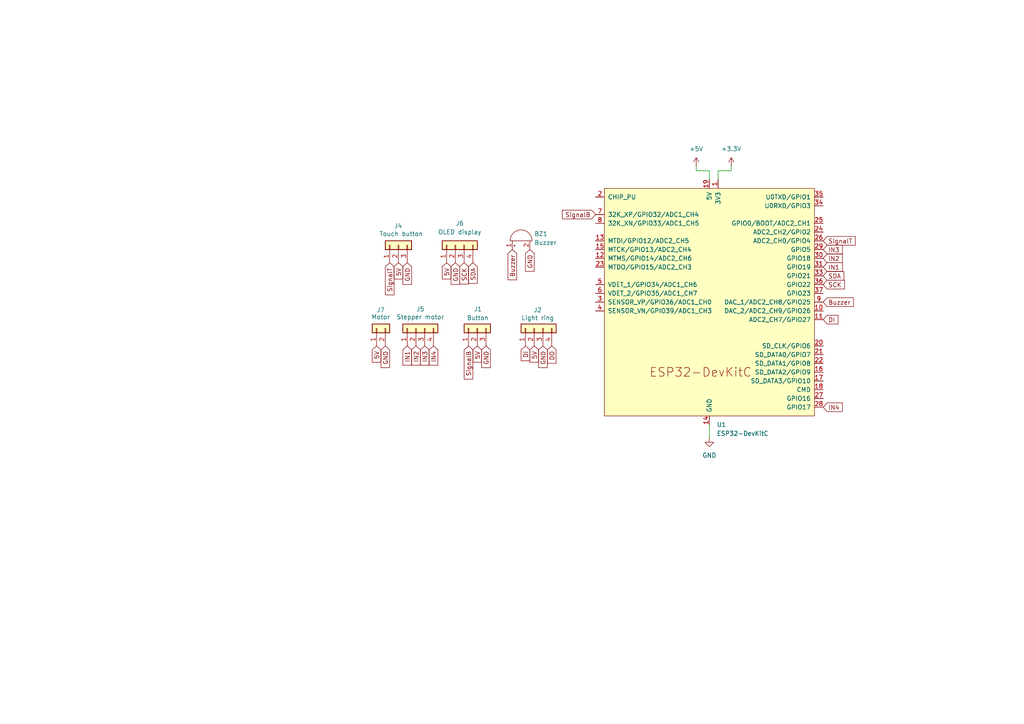
<source format=kicad_sch>
(kicad_sch
	(version 20250114)
	(generator "eeschema")
	(generator_version "9.0")
	(uuid "d3f9dd31-ab13-4689-8b39-d2565dc7a721")
	(paper "A4")
	(title_block
		(title "Smart Rotating Platform")
		(date "24. 1. 2026")
	)
	(lib_symbols
		(symbol "Connector_Generic:Conn_01x02"
			(pin_names
				(offset 1.016)
				(hide yes)
			)
			(exclude_from_sim no)
			(in_bom yes)
			(on_board yes)
			(property "Reference" "J"
				(at 0 2.54 0)
				(effects
					(font
						(size 1.27 1.27)
					)
				)
			)
			(property "Value" "Conn_01x02"
				(at 0 -5.08 0)
				(effects
					(font
						(size 1.27 1.27)
					)
				)
			)
			(property "Footprint" ""
				(at 0 0 0)
				(effects
					(font
						(size 1.27 1.27)
					)
					(hide yes)
				)
			)
			(property "Datasheet" "~"
				(at 0 0 0)
				(effects
					(font
						(size 1.27 1.27)
					)
					(hide yes)
				)
			)
			(property "Description" "Generic connector, single row, 01x02, script generated (kicad-library-utils/schlib/autogen/connector/)"
				(at 0 0 0)
				(effects
					(font
						(size 1.27 1.27)
					)
					(hide yes)
				)
			)
			(property "ki_keywords" "connector"
				(at 0 0 0)
				(effects
					(font
						(size 1.27 1.27)
					)
					(hide yes)
				)
			)
			(property "ki_fp_filters" "Connector*:*_1x??_*"
				(at 0 0 0)
				(effects
					(font
						(size 1.27 1.27)
					)
					(hide yes)
				)
			)
			(symbol "Conn_01x02_1_1"
				(rectangle
					(start -1.27 1.27)
					(end 1.27 -3.81)
					(stroke
						(width 0.254)
						(type default)
					)
					(fill
						(type background)
					)
				)
				(rectangle
					(start -1.27 0.127)
					(end 0 -0.127)
					(stroke
						(width 0.1524)
						(type default)
					)
					(fill
						(type none)
					)
				)
				(rectangle
					(start -1.27 -2.413)
					(end 0 -2.667)
					(stroke
						(width 0.1524)
						(type default)
					)
					(fill
						(type none)
					)
				)
				(pin passive line
					(at -5.08 0 0)
					(length 3.81)
					(name "Pin_1"
						(effects
							(font
								(size 1.27 1.27)
							)
						)
					)
					(number "1"
						(effects
							(font
								(size 1.27 1.27)
							)
						)
					)
				)
				(pin passive line
					(at -5.08 -2.54 0)
					(length 3.81)
					(name "Pin_2"
						(effects
							(font
								(size 1.27 1.27)
							)
						)
					)
					(number "2"
						(effects
							(font
								(size 1.27 1.27)
							)
						)
					)
				)
			)
			(embedded_fonts no)
		)
		(symbol "Connector_Generic:Conn_01x03"
			(pin_names
				(offset 1.016)
				(hide yes)
			)
			(exclude_from_sim no)
			(in_bom yes)
			(on_board yes)
			(property "Reference" "J"
				(at 0 5.08 0)
				(effects
					(font
						(size 1.27 1.27)
					)
				)
			)
			(property "Value" "Conn_01x03"
				(at 0 -5.08 0)
				(effects
					(font
						(size 1.27 1.27)
					)
				)
			)
			(property "Footprint" ""
				(at 0 0 0)
				(effects
					(font
						(size 1.27 1.27)
					)
					(hide yes)
				)
			)
			(property "Datasheet" "~"
				(at 0 0 0)
				(effects
					(font
						(size 1.27 1.27)
					)
					(hide yes)
				)
			)
			(property "Description" "Generic connector, single row, 01x03, script generated (kicad-library-utils/schlib/autogen/connector/)"
				(at 0 0 0)
				(effects
					(font
						(size 1.27 1.27)
					)
					(hide yes)
				)
			)
			(property "ki_keywords" "connector"
				(at 0 0 0)
				(effects
					(font
						(size 1.27 1.27)
					)
					(hide yes)
				)
			)
			(property "ki_fp_filters" "Connector*:*_1x??_*"
				(at 0 0 0)
				(effects
					(font
						(size 1.27 1.27)
					)
					(hide yes)
				)
			)
			(symbol "Conn_01x03_1_1"
				(rectangle
					(start -1.27 3.81)
					(end 1.27 -3.81)
					(stroke
						(width 0.254)
						(type default)
					)
					(fill
						(type background)
					)
				)
				(rectangle
					(start -1.27 2.667)
					(end 0 2.413)
					(stroke
						(width 0.1524)
						(type default)
					)
					(fill
						(type none)
					)
				)
				(rectangle
					(start -1.27 0.127)
					(end 0 -0.127)
					(stroke
						(width 0.1524)
						(type default)
					)
					(fill
						(type none)
					)
				)
				(rectangle
					(start -1.27 -2.413)
					(end 0 -2.667)
					(stroke
						(width 0.1524)
						(type default)
					)
					(fill
						(type none)
					)
				)
				(pin passive line
					(at -5.08 2.54 0)
					(length 3.81)
					(name "Pin_1"
						(effects
							(font
								(size 1.27 1.27)
							)
						)
					)
					(number "1"
						(effects
							(font
								(size 1.27 1.27)
							)
						)
					)
				)
				(pin passive line
					(at -5.08 0 0)
					(length 3.81)
					(name "Pin_2"
						(effects
							(font
								(size 1.27 1.27)
							)
						)
					)
					(number "2"
						(effects
							(font
								(size 1.27 1.27)
							)
						)
					)
				)
				(pin passive line
					(at -5.08 -2.54 0)
					(length 3.81)
					(name "Pin_3"
						(effects
							(font
								(size 1.27 1.27)
							)
						)
					)
					(number "3"
						(effects
							(font
								(size 1.27 1.27)
							)
						)
					)
				)
			)
			(embedded_fonts no)
		)
		(symbol "Connector_Generic:Conn_01x04"
			(pin_names
				(offset 1.016)
				(hide yes)
			)
			(exclude_from_sim no)
			(in_bom yes)
			(on_board yes)
			(property "Reference" "J"
				(at 0 5.08 0)
				(effects
					(font
						(size 1.27 1.27)
					)
				)
			)
			(property "Value" "Conn_01x04"
				(at 0 -7.62 0)
				(effects
					(font
						(size 1.27 1.27)
					)
				)
			)
			(property "Footprint" ""
				(at 0 0 0)
				(effects
					(font
						(size 1.27 1.27)
					)
					(hide yes)
				)
			)
			(property "Datasheet" "~"
				(at 0 0 0)
				(effects
					(font
						(size 1.27 1.27)
					)
					(hide yes)
				)
			)
			(property "Description" "Generic connector, single row, 01x04, script generated (kicad-library-utils/schlib/autogen/connector/)"
				(at 0 0 0)
				(effects
					(font
						(size 1.27 1.27)
					)
					(hide yes)
				)
			)
			(property "ki_keywords" "connector"
				(at 0 0 0)
				(effects
					(font
						(size 1.27 1.27)
					)
					(hide yes)
				)
			)
			(property "ki_fp_filters" "Connector*:*_1x??_*"
				(at 0 0 0)
				(effects
					(font
						(size 1.27 1.27)
					)
					(hide yes)
				)
			)
			(symbol "Conn_01x04_1_1"
				(rectangle
					(start -1.27 3.81)
					(end 1.27 -6.35)
					(stroke
						(width 0.254)
						(type default)
					)
					(fill
						(type background)
					)
				)
				(rectangle
					(start -1.27 2.667)
					(end 0 2.413)
					(stroke
						(width 0.1524)
						(type default)
					)
					(fill
						(type none)
					)
				)
				(rectangle
					(start -1.27 0.127)
					(end 0 -0.127)
					(stroke
						(width 0.1524)
						(type default)
					)
					(fill
						(type none)
					)
				)
				(rectangle
					(start -1.27 -2.413)
					(end 0 -2.667)
					(stroke
						(width 0.1524)
						(type default)
					)
					(fill
						(type none)
					)
				)
				(rectangle
					(start -1.27 -4.953)
					(end 0 -5.207)
					(stroke
						(width 0.1524)
						(type default)
					)
					(fill
						(type none)
					)
				)
				(pin passive line
					(at -5.08 2.54 0)
					(length 3.81)
					(name "Pin_1"
						(effects
							(font
								(size 1.27 1.27)
							)
						)
					)
					(number "1"
						(effects
							(font
								(size 1.27 1.27)
							)
						)
					)
				)
				(pin passive line
					(at -5.08 0 0)
					(length 3.81)
					(name "Pin_2"
						(effects
							(font
								(size 1.27 1.27)
							)
						)
					)
					(number "2"
						(effects
							(font
								(size 1.27 1.27)
							)
						)
					)
				)
				(pin passive line
					(at -5.08 -2.54 0)
					(length 3.81)
					(name "Pin_3"
						(effects
							(font
								(size 1.27 1.27)
							)
						)
					)
					(number "3"
						(effects
							(font
								(size 1.27 1.27)
							)
						)
					)
				)
				(pin passive line
					(at -5.08 -5.08 0)
					(length 3.81)
					(name "Pin_4"
						(effects
							(font
								(size 1.27 1.27)
							)
						)
					)
					(number "4"
						(effects
							(font
								(size 1.27 1.27)
							)
						)
					)
				)
			)
			(embedded_fonts no)
		)
		(symbol "Device:Buzzer"
			(pin_names
				(offset 0.0254)
				(hide yes)
			)
			(exclude_from_sim no)
			(in_bom yes)
			(on_board yes)
			(property "Reference" "BZ"
				(at 3.81 1.27 0)
				(effects
					(font
						(size 1.27 1.27)
					)
					(justify left)
				)
			)
			(property "Value" "Buzzer"
				(at 3.81 -1.27 0)
				(effects
					(font
						(size 1.27 1.27)
					)
					(justify left)
				)
			)
			(property "Footprint" ""
				(at -0.635 2.54 90)
				(effects
					(font
						(size 1.27 1.27)
					)
					(hide yes)
				)
			)
			(property "Datasheet" "~"
				(at -0.635 2.54 90)
				(effects
					(font
						(size 1.27 1.27)
					)
					(hide yes)
				)
			)
			(property "Description" "Buzzer, polarized"
				(at 0 0 0)
				(effects
					(font
						(size 1.27 1.27)
					)
					(hide yes)
				)
			)
			(property "ki_keywords" "quartz resonator ceramic"
				(at 0 0 0)
				(effects
					(font
						(size 1.27 1.27)
					)
					(hide yes)
				)
			)
			(property "ki_fp_filters" "*Buzzer*"
				(at 0 0 0)
				(effects
					(font
						(size 1.27 1.27)
					)
					(hide yes)
				)
			)
			(symbol "Buzzer_0_1"
				(polyline
					(pts
						(xy -1.651 1.905) (xy -1.143 1.905)
					)
					(stroke
						(width 0)
						(type default)
					)
					(fill
						(type none)
					)
				)
				(polyline
					(pts
						(xy -1.397 2.159) (xy -1.397 1.651)
					)
					(stroke
						(width 0)
						(type default)
					)
					(fill
						(type none)
					)
				)
				(arc
					(start 0 3.175)
					(mid 3.1612 0)
					(end 0 -3.175)
					(stroke
						(width 0)
						(type default)
					)
					(fill
						(type none)
					)
				)
				(polyline
					(pts
						(xy 0 3.175) (xy 0 -3.175)
					)
					(stroke
						(width 0)
						(type default)
					)
					(fill
						(type none)
					)
				)
			)
			(symbol "Buzzer_1_1"
				(pin passive line
					(at -2.54 2.54 0)
					(length 2.54)
					(name "+"
						(effects
							(font
								(size 1.27 1.27)
							)
						)
					)
					(number "1"
						(effects
							(font
								(size 1.27 1.27)
							)
						)
					)
				)
				(pin passive line
					(at -2.54 -2.54 0)
					(length 2.54)
					(name "-"
						(effects
							(font
								(size 1.27 1.27)
							)
						)
					)
					(number "2"
						(effects
							(font
								(size 1.27 1.27)
							)
						)
					)
				)
			)
			(embedded_fonts no)
		)
		(symbol "Espressif:ESP32-DevKitC"
			(pin_names
				(offset 1.016)
			)
			(exclude_from_sim no)
			(in_bom yes)
			(on_board yes)
			(property "Reference" "U"
				(at -30.48 38.1 0)
				(effects
					(font
						(size 1.27 1.27)
					)
					(justify left)
				)
			)
			(property "Value" "ESP32-DevKitC"
				(at -30.48 35.56 0)
				(effects
					(font
						(size 1.27 1.27)
					)
					(justify left)
				)
			)
			(property "Footprint" "PCM_Espressif:ESP32-DevKitC"
				(at 0 -43.18 0)
				(effects
					(font
						(size 1.27 1.27)
					)
					(hide yes)
				)
			)
			(property "Datasheet" "https://docs.espressif.com/projects/esp-idf/zh_CN/latest/esp32/hw-reference/esp32/get-started-devkitc.html"
				(at 0 -45.72 0)
				(effects
					(font
						(size 1.27 1.27)
					)
					(hide yes)
				)
			)
			(property "Description" "Development Kit"
				(at 0 0 0)
				(effects
					(font
						(size 1.27 1.27)
					)
					(hide yes)
				)
			)
			(property "ki_keywords" "ESP32"
				(at 0 0 0)
				(effects
					(font
						(size 1.27 1.27)
					)
					(hide yes)
				)
			)
			(symbol "ESP32-DevKitC_0_0"
				(text "ESP32-DevKitC"
					(at -2.54 -20.32 0)
					(effects
						(font
							(size 2.54 2.54)
						)
					)
				)
				(pin power_in line
					(at 0 35.56 270)
					(length 2.54)
					(name "5V"
						(effects
							(font
								(size 1.27 1.27)
							)
						)
					)
					(number "19"
						(effects
							(font
								(size 1.27 1.27)
							)
						)
					)
				)
				(pin power_in line
					(at 0 -35.56 90)
					(length 2.54)
					(name "GND"
						(effects
							(font
								(size 1.27 1.27)
							)
						)
					)
					(number "14"
						(effects
							(font
								(size 1.27 1.27)
							)
						)
					)
				)
			)
			(symbol "ESP32-DevKitC_0_1"
				(rectangle
					(start -30.48 33.02)
					(end 30.48 -33.02)
					(stroke
						(width 0)
						(type default)
					)
					(fill
						(type background)
					)
				)
			)
			(symbol "ESP32-DevKitC_1_1"
				(pin input line
					(at -33.02 30.48 0)
					(length 2.54)
					(name "CHIP_PU"
						(effects
							(font
								(size 1.27 1.27)
							)
						)
					)
					(number "2"
						(effects
							(font
								(size 1.27 1.27)
							)
						)
					)
				)
				(pin bidirectional line
					(at -33.02 25.4 0)
					(length 2.54)
					(name "32K_XP/GPIO32/ADC1_CH4"
						(effects
							(font
								(size 1.27 1.27)
							)
						)
					)
					(number "7"
						(effects
							(font
								(size 1.27 1.27)
							)
						)
					)
				)
				(pin bidirectional line
					(at -33.02 22.86 0)
					(length 2.54)
					(name "32K_XN/GPIO33/ADC1_CH5"
						(effects
							(font
								(size 1.27 1.27)
							)
						)
					)
					(number "8"
						(effects
							(font
								(size 1.27 1.27)
							)
						)
					)
				)
				(pin bidirectional line
					(at -33.02 17.78 0)
					(length 2.54)
					(name "MTDI/GPIO12/ADC2_CH5"
						(effects
							(font
								(size 1.27 1.27)
							)
						)
					)
					(number "13"
						(effects
							(font
								(size 1.27 1.27)
							)
						)
					)
				)
				(pin bidirectional line
					(at -33.02 15.24 0)
					(length 2.54)
					(name "MTCK/GPIO13/ADC2_CH4"
						(effects
							(font
								(size 1.27 1.27)
							)
						)
					)
					(number "15"
						(effects
							(font
								(size 1.27 1.27)
							)
						)
					)
				)
				(pin bidirectional line
					(at -33.02 12.7 0)
					(length 2.54)
					(name "MTMS/GPIO14/ADC2_CH6"
						(effects
							(font
								(size 1.27 1.27)
							)
						)
					)
					(number "12"
						(effects
							(font
								(size 1.27 1.27)
							)
						)
					)
				)
				(pin bidirectional line
					(at -33.02 10.16 0)
					(length 2.54)
					(name "MTDO/GPIO15/ADC2_CH3"
						(effects
							(font
								(size 1.27 1.27)
							)
						)
					)
					(number "23"
						(effects
							(font
								(size 1.27 1.27)
							)
						)
					)
				)
				(pin input line
					(at -33.02 5.08 0)
					(length 2.54)
					(name "VDET_1/GPIO34/ADC1_CH6"
						(effects
							(font
								(size 1.27 1.27)
							)
						)
					)
					(number "5"
						(effects
							(font
								(size 1.27 1.27)
							)
						)
					)
				)
				(pin input line
					(at -33.02 2.54 0)
					(length 2.54)
					(name "VDET_2/GPIO35/ADC1_CH7"
						(effects
							(font
								(size 1.27 1.27)
							)
						)
					)
					(number "6"
						(effects
							(font
								(size 1.27 1.27)
							)
						)
					)
				)
				(pin input line
					(at -33.02 0 0)
					(length 2.54)
					(name "SENSOR_VP/GPIO36/ADC1_CH0"
						(effects
							(font
								(size 1.27 1.27)
							)
						)
					)
					(number "3"
						(effects
							(font
								(size 1.27 1.27)
							)
						)
					)
				)
				(pin input line
					(at -33.02 -2.54 0)
					(length 2.54)
					(name "SENSOR_VN/GPIO39/ADC1_CH3"
						(effects
							(font
								(size 1.27 1.27)
							)
						)
					)
					(number "4"
						(effects
							(font
								(size 1.27 1.27)
							)
						)
					)
				)
				(pin passive line
					(at 0 -35.56 90)
					(length 2.54)
					(hide yes)
					(name "GND"
						(effects
							(font
								(size 1.27 1.27)
							)
						)
					)
					(number "32"
						(effects
							(font
								(size 1.27 1.27)
							)
						)
					)
				)
				(pin passive line
					(at 0 -35.56 90)
					(length 2.54)
					(hide yes)
					(name "GND"
						(effects
							(font
								(size 1.27 1.27)
							)
						)
					)
					(number "38"
						(effects
							(font
								(size 1.27 1.27)
							)
						)
					)
				)
				(pin power_in line
					(at 2.54 35.56 270)
					(length 2.54)
					(name "3V3"
						(effects
							(font
								(size 1.27 1.27)
							)
						)
					)
					(number "1"
						(effects
							(font
								(size 1.27 1.27)
							)
						)
					)
				)
				(pin bidirectional line
					(at 33.02 30.48 180)
					(length 2.54)
					(name "U0TXD/GPIO1"
						(effects
							(font
								(size 1.27 1.27)
							)
						)
					)
					(number "35"
						(effects
							(font
								(size 1.27 1.27)
							)
						)
					)
				)
				(pin bidirectional line
					(at 33.02 27.94 180)
					(length 2.54)
					(name "U0RXD/GPIO3"
						(effects
							(font
								(size 1.27 1.27)
							)
						)
					)
					(number "34"
						(effects
							(font
								(size 1.27 1.27)
							)
						)
					)
				)
				(pin bidirectional line
					(at 33.02 22.86 180)
					(length 2.54)
					(name "GPIO0/BOOT/ADC2_CH1"
						(effects
							(font
								(size 1.27 1.27)
							)
						)
					)
					(number "25"
						(effects
							(font
								(size 1.27 1.27)
							)
						)
					)
				)
				(pin bidirectional line
					(at 33.02 20.32 180)
					(length 2.54)
					(name "ADC2_CH2/GPIO2"
						(effects
							(font
								(size 1.27 1.27)
							)
						)
					)
					(number "24"
						(effects
							(font
								(size 1.27 1.27)
							)
						)
					)
				)
				(pin bidirectional line
					(at 33.02 17.78 180)
					(length 2.54)
					(name "ADC2_CH0/GPIO4"
						(effects
							(font
								(size 1.27 1.27)
							)
						)
					)
					(number "26"
						(effects
							(font
								(size 1.27 1.27)
							)
						)
					)
				)
				(pin bidirectional line
					(at 33.02 15.24 180)
					(length 2.54)
					(name "GPIO5"
						(effects
							(font
								(size 1.27 1.27)
							)
						)
					)
					(number "29"
						(effects
							(font
								(size 1.27 1.27)
							)
						)
					)
				)
				(pin bidirectional line
					(at 33.02 12.7 180)
					(length 2.54)
					(name "GPIO18"
						(effects
							(font
								(size 1.27 1.27)
							)
						)
					)
					(number "30"
						(effects
							(font
								(size 1.27 1.27)
							)
						)
					)
				)
				(pin bidirectional line
					(at 33.02 10.16 180)
					(length 2.54)
					(name "GPIO19"
						(effects
							(font
								(size 1.27 1.27)
							)
						)
					)
					(number "31"
						(effects
							(font
								(size 1.27 1.27)
							)
						)
					)
				)
				(pin bidirectional line
					(at 33.02 7.62 180)
					(length 2.54)
					(name "GPIO21"
						(effects
							(font
								(size 1.27 1.27)
							)
						)
					)
					(number "33"
						(effects
							(font
								(size 1.27 1.27)
							)
						)
					)
				)
				(pin bidirectional line
					(at 33.02 5.08 180)
					(length 2.54)
					(name "GPIO22"
						(effects
							(font
								(size 1.27 1.27)
							)
						)
					)
					(number "36"
						(effects
							(font
								(size 1.27 1.27)
							)
						)
					)
				)
				(pin bidirectional line
					(at 33.02 2.54 180)
					(length 2.54)
					(name "GPIO23"
						(effects
							(font
								(size 1.27 1.27)
							)
						)
					)
					(number "37"
						(effects
							(font
								(size 1.27 1.27)
							)
						)
					)
				)
				(pin bidirectional line
					(at 33.02 0 180)
					(length 2.54)
					(name "DAC_1/ADC2_CH8/GPIO25"
						(effects
							(font
								(size 1.27 1.27)
							)
						)
					)
					(number "9"
						(effects
							(font
								(size 1.27 1.27)
							)
						)
					)
				)
				(pin bidirectional line
					(at 33.02 -2.54 180)
					(length 2.54)
					(name "DAC_2/ADC2_CH9/GPIO26"
						(effects
							(font
								(size 1.27 1.27)
							)
						)
					)
					(number "10"
						(effects
							(font
								(size 1.27 1.27)
							)
						)
					)
				)
				(pin bidirectional line
					(at 33.02 -5.08 180)
					(length 2.54)
					(name "ADC2_CH7/GPIO27"
						(effects
							(font
								(size 1.27 1.27)
							)
						)
					)
					(number "11"
						(effects
							(font
								(size 1.27 1.27)
							)
						)
					)
				)
				(pin bidirectional line
					(at 33.02 -12.7 180)
					(length 2.54)
					(name "SD_CLK/GPIO6"
						(effects
							(font
								(size 1.27 1.27)
							)
						)
					)
					(number "20"
						(effects
							(font
								(size 1.27 1.27)
							)
						)
					)
				)
				(pin bidirectional line
					(at 33.02 -15.24 180)
					(length 2.54)
					(name "SD_DATA0/GPIO7"
						(effects
							(font
								(size 1.27 1.27)
							)
						)
					)
					(number "21"
						(effects
							(font
								(size 1.27 1.27)
							)
						)
					)
				)
				(pin bidirectional line
					(at 33.02 -17.78 180)
					(length 2.54)
					(name "SD_DATA1/GPIO8"
						(effects
							(font
								(size 1.27 1.27)
							)
						)
					)
					(number "22"
						(effects
							(font
								(size 1.27 1.27)
							)
						)
					)
				)
				(pin bidirectional line
					(at 33.02 -20.32 180)
					(length 2.54)
					(name "SD_DATA2/GPIO9"
						(effects
							(font
								(size 1.27 1.27)
							)
						)
					)
					(number "16"
						(effects
							(font
								(size 1.27 1.27)
							)
						)
					)
				)
				(pin bidirectional line
					(at 33.02 -22.86 180)
					(length 2.54)
					(name "SD_DATA3/GPIO10"
						(effects
							(font
								(size 1.27 1.27)
							)
						)
					)
					(number "17"
						(effects
							(font
								(size 1.27 1.27)
							)
						)
					)
				)
				(pin bidirectional line
					(at 33.02 -25.4 180)
					(length 2.54)
					(name "CMD"
						(effects
							(font
								(size 1.27 1.27)
							)
						)
					)
					(number "18"
						(effects
							(font
								(size 1.27 1.27)
							)
						)
					)
				)
				(pin bidirectional line
					(at 33.02 -27.94 180)
					(length 2.54)
					(name "GPIO16"
						(effects
							(font
								(size 1.27 1.27)
							)
						)
					)
					(number "27"
						(effects
							(font
								(size 1.27 1.27)
							)
						)
					)
				)
				(pin bidirectional line
					(at 33.02 -30.48 180)
					(length 2.54)
					(name "GPIO17"
						(effects
							(font
								(size 1.27 1.27)
							)
						)
					)
					(number "28"
						(effects
							(font
								(size 1.27 1.27)
							)
						)
					)
				)
			)
			(embedded_fonts no)
		)
		(symbol "power:+3.3V"
			(power)
			(pin_numbers
				(hide yes)
			)
			(pin_names
				(offset 0)
				(hide yes)
			)
			(exclude_from_sim no)
			(in_bom yes)
			(on_board yes)
			(property "Reference" "#PWR"
				(at 0 -3.81 0)
				(effects
					(font
						(size 1.27 1.27)
					)
					(hide yes)
				)
			)
			(property "Value" "+3.3V"
				(at 0 3.556 0)
				(effects
					(font
						(size 1.27 1.27)
					)
				)
			)
			(property "Footprint" ""
				(at 0 0 0)
				(effects
					(font
						(size 1.27 1.27)
					)
					(hide yes)
				)
			)
			(property "Datasheet" ""
				(at 0 0 0)
				(effects
					(font
						(size 1.27 1.27)
					)
					(hide yes)
				)
			)
			(property "Description" "Power symbol creates a global label with name \"+3.3V\""
				(at 0 0 0)
				(effects
					(font
						(size 1.27 1.27)
					)
					(hide yes)
				)
			)
			(property "ki_keywords" "global power"
				(at 0 0 0)
				(effects
					(font
						(size 1.27 1.27)
					)
					(hide yes)
				)
			)
			(symbol "+3.3V_0_1"
				(polyline
					(pts
						(xy -0.762 1.27) (xy 0 2.54)
					)
					(stroke
						(width 0)
						(type default)
					)
					(fill
						(type none)
					)
				)
				(polyline
					(pts
						(xy 0 2.54) (xy 0.762 1.27)
					)
					(stroke
						(width 0)
						(type default)
					)
					(fill
						(type none)
					)
				)
				(polyline
					(pts
						(xy 0 0) (xy 0 2.54)
					)
					(stroke
						(width 0)
						(type default)
					)
					(fill
						(type none)
					)
				)
			)
			(symbol "+3.3V_1_1"
				(pin power_in line
					(at 0 0 90)
					(length 0)
					(name "~"
						(effects
							(font
								(size 1.27 1.27)
							)
						)
					)
					(number "1"
						(effects
							(font
								(size 1.27 1.27)
							)
						)
					)
				)
			)
			(embedded_fonts no)
		)
		(symbol "power:+5V"
			(power)
			(pin_numbers
				(hide yes)
			)
			(pin_names
				(offset 0)
				(hide yes)
			)
			(exclude_from_sim no)
			(in_bom yes)
			(on_board yes)
			(property "Reference" "#PWR"
				(at 0 -3.81 0)
				(effects
					(font
						(size 1.27 1.27)
					)
					(hide yes)
				)
			)
			(property "Value" "+5V"
				(at 0 3.556 0)
				(effects
					(font
						(size 1.27 1.27)
					)
				)
			)
			(property "Footprint" ""
				(at 0 0 0)
				(effects
					(font
						(size 1.27 1.27)
					)
					(hide yes)
				)
			)
			(property "Datasheet" ""
				(at 0 0 0)
				(effects
					(font
						(size 1.27 1.27)
					)
					(hide yes)
				)
			)
			(property "Description" "Power symbol creates a global label with name \"+5V\""
				(at 0 0 0)
				(effects
					(font
						(size 1.27 1.27)
					)
					(hide yes)
				)
			)
			(property "ki_keywords" "global power"
				(at 0 0 0)
				(effects
					(font
						(size 1.27 1.27)
					)
					(hide yes)
				)
			)
			(symbol "+5V_0_1"
				(polyline
					(pts
						(xy -0.762 1.27) (xy 0 2.54)
					)
					(stroke
						(width 0)
						(type default)
					)
					(fill
						(type none)
					)
				)
				(polyline
					(pts
						(xy 0 2.54) (xy 0.762 1.27)
					)
					(stroke
						(width 0)
						(type default)
					)
					(fill
						(type none)
					)
				)
				(polyline
					(pts
						(xy 0 0) (xy 0 2.54)
					)
					(stroke
						(width 0)
						(type default)
					)
					(fill
						(type none)
					)
				)
			)
			(symbol "+5V_1_1"
				(pin power_in line
					(at 0 0 90)
					(length 0)
					(name "~"
						(effects
							(font
								(size 1.27 1.27)
							)
						)
					)
					(number "1"
						(effects
							(font
								(size 1.27 1.27)
							)
						)
					)
				)
			)
			(embedded_fonts no)
		)
		(symbol "power:GND"
			(power)
			(pin_numbers
				(hide yes)
			)
			(pin_names
				(offset 0)
				(hide yes)
			)
			(exclude_from_sim no)
			(in_bom yes)
			(on_board yes)
			(property "Reference" "#PWR"
				(at 0 -6.35 0)
				(effects
					(font
						(size 1.27 1.27)
					)
					(hide yes)
				)
			)
			(property "Value" "GND"
				(at 0 -3.81 0)
				(effects
					(font
						(size 1.27 1.27)
					)
				)
			)
			(property "Footprint" ""
				(at 0 0 0)
				(effects
					(font
						(size 1.27 1.27)
					)
					(hide yes)
				)
			)
			(property "Datasheet" ""
				(at 0 0 0)
				(effects
					(font
						(size 1.27 1.27)
					)
					(hide yes)
				)
			)
			(property "Description" "Power symbol creates a global label with name \"GND\" , ground"
				(at 0 0 0)
				(effects
					(font
						(size 1.27 1.27)
					)
					(hide yes)
				)
			)
			(property "ki_keywords" "global power"
				(at 0 0 0)
				(effects
					(font
						(size 1.27 1.27)
					)
					(hide yes)
				)
			)
			(symbol "GND_0_1"
				(polyline
					(pts
						(xy 0 0) (xy 0 -1.27) (xy 1.27 -1.27) (xy 0 -2.54) (xy -1.27 -1.27) (xy 0 -1.27)
					)
					(stroke
						(width 0)
						(type default)
					)
					(fill
						(type none)
					)
				)
			)
			(symbol "GND_1_1"
				(pin power_in line
					(at 0 0 270)
					(length 0)
					(name "~"
						(effects
							(font
								(size 1.27 1.27)
							)
						)
					)
					(number "1"
						(effects
							(font
								(size 1.27 1.27)
							)
						)
					)
				)
			)
			(embedded_fonts no)
		)
	)
	(wire
		(pts
			(xy 205.74 127) (xy 205.74 123.19)
		)
		(stroke
			(width 0)
			(type default)
		)
		(uuid "1b6ebb2e-cdeb-48f6-8a3a-d2eb1b25507b")
	)
	(wire
		(pts
			(xy 212.09 48.26) (xy 212.09 49.53)
		)
		(stroke
			(width 0)
			(type default)
		)
		(uuid "274d9f7f-5dc4-42fc-a600-1cdd69f62e4f")
	)
	(wire
		(pts
			(xy 212.09 49.53) (xy 208.28 49.53)
		)
		(stroke
			(width 0)
			(type default)
		)
		(uuid "66e54679-6974-48a4-a816-f7870c6f28ec")
	)
	(wire
		(pts
			(xy 201.93 48.26) (xy 201.93 49.53)
		)
		(stroke
			(width 0)
			(type default)
		)
		(uuid "6d2b1db4-5074-4abb-9b50-89f369b90d3b")
	)
	(wire
		(pts
			(xy 208.28 49.53) (xy 208.28 52.07)
		)
		(stroke
			(width 0)
			(type default)
		)
		(uuid "8ec6d29e-8738-4828-b99c-83e06640a04d")
	)
	(wire
		(pts
			(xy 201.93 49.53) (xy 205.74 49.53)
		)
		(stroke
			(width 0)
			(type default)
		)
		(uuid "a29efe71-fddf-4c69-adb3-6a7c4a312560")
	)
	(wire
		(pts
			(xy 205.74 49.53) (xy 205.74 52.07)
		)
		(stroke
			(width 0)
			(type default)
		)
		(uuid "c9d5eeee-dd19-48d9-a40d-3b7a16aad374")
	)
	(global_label "SignalB"
		(shape input)
		(at 135.89 100.33 270)
		(fields_autoplaced yes)
		(effects
			(font
				(size 1.27 1.27)
			)
			(justify right)
		)
		(uuid "0a59ec6b-cce6-4402-b36d-c825b7e2f385")
		(property "Intersheetrefs" "${INTERSHEET_REFS}"
			(at 135.89 110.5117 90)
			(effects
				(font
					(size 1.27 1.27)
				)
				(justify right)
				(hide yes)
			)
		)
	)
	(global_label "GND"
		(shape input)
		(at 140.97 100.33 270)
		(fields_autoplaced yes)
		(effects
			(font
				(size 1.27 1.27)
			)
			(justify right)
		)
		(uuid "0b35c444-7012-448e-8334-6028050813a7")
		(property "Intersheetrefs" "${INTERSHEET_REFS}"
			(at 140.97 107.1857 90)
			(effects
				(font
					(size 1.27 1.27)
				)
				(justify right)
				(hide yes)
			)
		)
	)
	(global_label "SDA"
		(shape input)
		(at 238.76 80.01 0)
		(fields_autoplaced yes)
		(effects
			(font
				(size 1.27 1.27)
			)
			(justify left)
		)
		(uuid "11222cae-d8b9-43f8-a21a-176c003eb149")
		(property "Intersheetrefs" "${INTERSHEET_REFS}"
			(at 245.3133 80.01 0)
			(effects
				(font
					(size 1.27 1.27)
				)
				(justify left)
				(hide yes)
			)
		)
	)
	(global_label "DI"
		(shape input)
		(at 152.4 100.33 270)
		(fields_autoplaced yes)
		(effects
			(font
				(size 1.27 1.27)
			)
			(justify right)
		)
		(uuid "16b16efd-7d3e-4738-85f3-2ab91ec0533e")
		(property "Intersheetrefs" "${INTERSHEET_REFS}"
			(at 152.4 105.19 90)
			(effects
				(font
					(size 1.27 1.27)
				)
				(justify right)
				(hide yes)
			)
		)
	)
	(global_label "5V"
		(shape input)
		(at 138.43 100.33 270)
		(fields_autoplaced yes)
		(effects
			(font
				(size 1.27 1.27)
			)
			(justify right)
		)
		(uuid "23ce587b-cb6c-40e4-a716-4292c417499d")
		(property "Intersheetrefs" "${INTERSHEET_REFS}"
			(at 138.43 105.6133 90)
			(effects
				(font
					(size 1.27 1.27)
				)
				(justify right)
				(hide yes)
			)
		)
	)
	(global_label "GND"
		(shape input)
		(at 157.48 100.33 270)
		(fields_autoplaced yes)
		(effects
			(font
				(size 1.27 1.27)
			)
			(justify right)
		)
		(uuid "29295fee-7a50-42ff-a37d-b91d131d0004")
		(property "Intersheetrefs" "${INTERSHEET_REFS}"
			(at 157.48 107.1857 90)
			(effects
				(font
					(size 1.27 1.27)
				)
				(justify right)
				(hide yes)
			)
		)
	)
	(global_label "IN4"
		(shape input)
		(at 125.73 100.33 270)
		(fields_autoplaced yes)
		(effects
			(font
				(size 1.27 1.27)
			)
			(justify right)
		)
		(uuid "2a8b1bf1-58a8-4e9b-8bb5-bc637f3a6c30")
		(property "Intersheetrefs" "${INTERSHEET_REFS}"
			(at 125.73 106.46 90)
			(effects
				(font
					(size 1.27 1.27)
				)
				(justify right)
				(hide yes)
			)
		)
	)
	(global_label "SignalT"
		(shape input)
		(at 113.03 76.2 270)
		(fields_autoplaced yes)
		(effects
			(font
				(size 1.27 1.27)
			)
			(justify right)
		)
		(uuid "2ca09d35-0114-492d-bc8e-24a86fa909b0")
		(property "Intersheetrefs" "${INTERSHEET_REFS}"
			(at 113.03 86.0793 90)
			(effects
				(font
					(size 1.27 1.27)
				)
				(justify right)
				(hide yes)
			)
		)
	)
	(global_label "SCK"
		(shape input)
		(at 134.62 76.2 270)
		(fields_autoplaced yes)
		(effects
			(font
				(size 1.27 1.27)
			)
			(justify right)
		)
		(uuid "3aea216e-cdfb-41b8-82f7-57651a7ddd32")
		(property "Intersheetrefs" "${INTERSHEET_REFS}"
			(at 134.62 82.9347 90)
			(effects
				(font
					(size 1.27 1.27)
				)
				(justify right)
				(hide yes)
			)
		)
	)
	(global_label "SDA"
		(shape input)
		(at 137.16 76.2 270)
		(fields_autoplaced yes)
		(effects
			(font
				(size 1.27 1.27)
			)
			(justify right)
		)
		(uuid "42d955d9-ff15-4975-823a-02f313d696e3")
		(property "Intersheetrefs" "${INTERSHEET_REFS}"
			(at 137.16 82.7533 90)
			(effects
				(font
					(size 1.27 1.27)
				)
				(justify right)
				(hide yes)
			)
		)
	)
	(global_label "5V"
		(shape input)
		(at 129.54 76.2 270)
		(fields_autoplaced yes)
		(effects
			(font
				(size 1.27 1.27)
			)
			(justify right)
		)
		(uuid "4e54672a-f03b-4ec9-8f9f-2dc66aaa1c8e")
		(property "Intersheetrefs" "${INTERSHEET_REFS}"
			(at 129.54 81.4833 90)
			(effects
				(font
					(size 1.27 1.27)
				)
				(justify right)
				(hide yes)
			)
		)
	)
	(global_label "IN1"
		(shape input)
		(at 238.76 77.47 0)
		(fields_autoplaced yes)
		(effects
			(font
				(size 1.27 1.27)
			)
			(justify left)
		)
		(uuid "4f8c07e4-e397-4edd-b3ff-d9ab6713c661")
		(property "Intersheetrefs" "${INTERSHEET_REFS}"
			(at 244.89 77.47 0)
			(effects
				(font
					(size 1.27 1.27)
				)
				(justify left)
				(hide yes)
			)
		)
	)
	(global_label "SignalT"
		(shape input)
		(at 238.76 69.85 0)
		(fields_autoplaced yes)
		(effects
			(font
				(size 1.27 1.27)
			)
			(justify left)
		)
		(uuid "50ee617d-1f1e-4e2d-b10c-29549443dbac")
		(property "Intersheetrefs" "${INTERSHEET_REFS}"
			(at 248.6393 69.85 0)
			(effects
				(font
					(size 1.27 1.27)
				)
				(justify left)
				(hide yes)
			)
		)
	)
	(global_label "SCK"
		(shape input)
		(at 238.76 82.55 0)
		(fields_autoplaced yes)
		(effects
			(font
				(size 1.27 1.27)
			)
			(justify left)
		)
		(uuid "568d5e45-3a82-4bba-bd91-ee4961333779")
		(property "Intersheetrefs" "${INTERSHEET_REFS}"
			(at 245.4947 82.55 0)
			(effects
				(font
					(size 1.27 1.27)
				)
				(justify left)
				(hide yes)
			)
		)
	)
	(global_label "IN3"
		(shape input)
		(at 238.76 72.39 0)
		(fields_autoplaced yes)
		(effects
			(font
				(size 1.27 1.27)
			)
			(justify left)
		)
		(uuid "58918657-7539-4452-8b00-88140e248dfb")
		(property "Intersheetrefs" "${INTERSHEET_REFS}"
			(at 244.89 72.39 0)
			(effects
				(font
					(size 1.27 1.27)
				)
				(justify left)
				(hide yes)
			)
		)
	)
	(global_label "GND"
		(shape input)
		(at 111.76 100.33 270)
		(fields_autoplaced yes)
		(effects
			(font
				(size 1.27 1.27)
			)
			(justify right)
		)
		(uuid "6234816e-fd07-48bd-b842-8cfe22bcff57")
		(property "Intersheetrefs" "${INTERSHEET_REFS}"
			(at 111.76 107.1857 90)
			(effects
				(font
					(size 1.27 1.27)
				)
				(justify right)
				(hide yes)
			)
		)
	)
	(global_label "DO"
		(shape input)
		(at 160.02 100.33 270)
		(fields_autoplaced yes)
		(effects
			(font
				(size 1.27 1.27)
			)
			(justify right)
		)
		(uuid "69427f03-a735-4054-887e-f9f1d9bbc61b")
		(property "Intersheetrefs" "${INTERSHEET_REFS}"
			(at 160.02 105.9157 90)
			(effects
				(font
					(size 1.27 1.27)
				)
				(justify right)
				(hide yes)
			)
		)
	)
	(global_label "Buzzer"
		(shape input)
		(at 238.76 87.63 0)
		(fields_autoplaced yes)
		(effects
			(font
				(size 1.27 1.27)
			)
			(justify left)
		)
		(uuid "699e2fb8-7eca-4008-8786-e8251f7d2108")
		(property "Intersheetrefs" "${INTERSHEET_REFS}"
			(at 248.0952 87.63 0)
			(effects
				(font
					(size 1.27 1.27)
				)
				(justify left)
				(hide yes)
			)
		)
	)
	(global_label "5V"
		(shape input)
		(at 154.94 100.33 270)
		(fields_autoplaced yes)
		(effects
			(font
				(size 1.27 1.27)
			)
			(justify right)
		)
		(uuid "7ab8277a-7291-4d71-abfd-e7e86304042a")
		(property "Intersheetrefs" "${INTERSHEET_REFS}"
			(at 154.94 105.6133 90)
			(effects
				(font
					(size 1.27 1.27)
				)
				(justify right)
				(hide yes)
			)
		)
	)
	(global_label "IN1"
		(shape input)
		(at 118.11 100.33 270)
		(fields_autoplaced yes)
		(effects
			(font
				(size 1.27 1.27)
			)
			(justify right)
		)
		(uuid "890c2580-db6c-41f9-9b9b-70593ff65d0f")
		(property "Intersheetrefs" "${INTERSHEET_REFS}"
			(at 118.11 106.46 90)
			(effects
				(font
					(size 1.27 1.27)
				)
				(justify right)
				(hide yes)
			)
		)
	)
	(global_label "IN2"
		(shape input)
		(at 238.76 74.93 0)
		(fields_autoplaced yes)
		(effects
			(font
				(size 1.27 1.27)
			)
			(justify left)
		)
		(uuid "9f23d239-3364-47fe-a863-7ffb1a9d77ce")
		(property "Intersheetrefs" "${INTERSHEET_REFS}"
			(at 244.89 74.93 0)
			(effects
				(font
					(size 1.27 1.27)
				)
				(justify left)
				(hide yes)
			)
		)
	)
	(global_label "IN4"
		(shape input)
		(at 238.76 118.11 0)
		(fields_autoplaced yes)
		(effects
			(font
				(size 1.27 1.27)
			)
			(justify left)
		)
		(uuid "a564a863-9a35-448a-a829-1a29423c603a")
		(property "Intersheetrefs" "${INTERSHEET_REFS}"
			(at 244.89 118.11 0)
			(effects
				(font
					(size 1.27 1.27)
				)
				(justify left)
				(hide yes)
			)
		)
	)
	(global_label "GND"
		(shape input)
		(at 118.11 76.2 270)
		(fields_autoplaced yes)
		(effects
			(font
				(size 1.27 1.27)
			)
			(justify right)
		)
		(uuid "b2aa3f72-db57-4869-a6a9-d3e9027f2309")
		(property "Intersheetrefs" "${INTERSHEET_REFS}"
			(at 118.11 83.0557 90)
			(effects
				(font
					(size 1.27 1.27)
				)
				(justify right)
				(hide yes)
			)
		)
	)
	(global_label "IN3"
		(shape input)
		(at 123.19 100.33 270)
		(fields_autoplaced yes)
		(effects
			(font
				(size 1.27 1.27)
			)
			(justify right)
		)
		(uuid "c11f2dd9-4a0c-422e-a3ad-db4a5d119517")
		(property "Intersheetrefs" "${INTERSHEET_REFS}"
			(at 123.19 106.46 90)
			(effects
				(font
					(size 1.27 1.27)
				)
				(justify right)
				(hide yes)
			)
		)
	)
	(global_label "IN2"
		(shape input)
		(at 120.65 100.33 270)
		(fields_autoplaced yes)
		(effects
			(font
				(size 1.27 1.27)
			)
			(justify right)
		)
		(uuid "c228332b-5618-4234-9b8f-1bc53abd56b8")
		(property "Intersheetrefs" "${INTERSHEET_REFS}"
			(at 120.65 106.46 90)
			(effects
				(font
					(size 1.27 1.27)
				)
				(justify right)
				(hide yes)
			)
		)
	)
	(global_label "Buzzer"
		(shape input)
		(at 148.59 72.39 270)
		(fields_autoplaced yes)
		(effects
			(font
				(size 1.27 1.27)
			)
			(justify right)
		)
		(uuid "c76c4517-dc22-4821-85ca-6f0b6bf22b5e")
		(property "Intersheetrefs" "${INTERSHEET_REFS}"
			(at 148.59 81.7252 90)
			(effects
				(font
					(size 1.27 1.27)
				)
				(justify right)
				(hide yes)
			)
		)
	)
	(global_label "DI"
		(shape input)
		(at 238.76 92.71 0)
		(fields_autoplaced yes)
		(effects
			(font
				(size 1.27 1.27)
			)
			(justify left)
		)
		(uuid "e8285959-cb7c-4da7-b585-a1d0e93294e8")
		(property "Intersheetrefs" "${INTERSHEET_REFS}"
			(at 243.62 92.71 0)
			(effects
				(font
					(size 1.27 1.27)
				)
				(justify left)
				(hide yes)
			)
		)
	)
	(global_label "5V"
		(shape input)
		(at 115.57 76.2 270)
		(fields_autoplaced yes)
		(effects
			(font
				(size 1.27 1.27)
			)
			(justify right)
		)
		(uuid "e93bb0ad-41f4-49f2-8d7d-a830d282b887")
		(property "Intersheetrefs" "${INTERSHEET_REFS}"
			(at 115.57 81.4833 90)
			(effects
				(font
					(size 1.27 1.27)
				)
				(justify right)
				(hide yes)
			)
		)
	)
	(global_label "GND"
		(shape input)
		(at 153.67 72.39 270)
		(fields_autoplaced yes)
		(effects
			(font
				(size 1.27 1.27)
			)
			(justify right)
		)
		(uuid "e9b7f934-4ddf-4a47-87ea-3ba3b09efaa3")
		(property "Intersheetrefs" "${INTERSHEET_REFS}"
			(at 153.67 79.2457 90)
			(effects
				(font
					(size 1.27 1.27)
				)
				(justify right)
				(hide yes)
			)
		)
	)
	(global_label "5V"
		(shape input)
		(at 109.22 100.33 270)
		(fields_autoplaced yes)
		(effects
			(font
				(size 1.27 1.27)
			)
			(justify right)
		)
		(uuid "ecef7f45-8bd8-43fe-9adf-1a1497550348")
		(property "Intersheetrefs" "${INTERSHEET_REFS}"
			(at 109.22 105.6133 90)
			(effects
				(font
					(size 1.27 1.27)
				)
				(justify right)
				(hide yes)
			)
		)
	)
	(global_label "GND"
		(shape input)
		(at 132.08 76.2 270)
		(fields_autoplaced yes)
		(effects
			(font
				(size 1.27 1.27)
			)
			(justify right)
		)
		(uuid "ef5707f8-579b-4925-a08f-c1014a1cd87a")
		(property "Intersheetrefs" "${INTERSHEET_REFS}"
			(at 132.08 83.0557 90)
			(effects
				(font
					(size 1.27 1.27)
				)
				(justify right)
				(hide yes)
			)
		)
	)
	(global_label "SignalB"
		(shape input)
		(at 172.72 62.23 180)
		(fields_autoplaced yes)
		(effects
			(font
				(size 1.27 1.27)
			)
			(justify right)
		)
		(uuid "f893219c-7070-4201-abd0-2622025eb492")
		(property "Intersheetrefs" "${INTERSHEET_REFS}"
			(at 162.5383 62.23 0)
			(effects
				(font
					(size 1.27 1.27)
				)
				(justify right)
				(hide yes)
			)
		)
	)
	(symbol
		(lib_id "power:GND")
		(at 205.74 127 0)
		(unit 1)
		(exclude_from_sim no)
		(in_bom yes)
		(on_board yes)
		(dnp no)
		(fields_autoplaced yes)
		(uuid "0a4b7774-51bd-4e9f-91a5-e8b63d9c93c5")
		(property "Reference" "#PWR03"
			(at 205.74 133.35 0)
			(effects
				(font
					(size 1.27 1.27)
				)
				(hide yes)
			)
		)
		(property "Value" "GND"
			(at 205.74 132.08 0)
			(effects
				(font
					(size 1.27 1.27)
				)
			)
		)
		(property "Footprint" ""
			(at 205.74 127 0)
			(effects
				(font
					(size 1.27 1.27)
				)
				(hide yes)
			)
		)
		(property "Datasheet" ""
			(at 205.74 127 0)
			(effects
				(font
					(size 1.27 1.27)
				)
				(hide yes)
			)
		)
		(property "Description" "Power symbol creates a global label with name \"GND\" , ground"
			(at 205.74 127 0)
			(effects
				(font
					(size 1.27 1.27)
				)
				(hide yes)
			)
		)
		(pin "1"
			(uuid "522e0401-f5fa-4944-af72-81838a6f5e21")
		)
		(instances
			(project ""
				(path "/d3f9dd31-ab13-4689-8b39-d2565dc7a721"
					(reference "#PWR03")
					(unit 1)
				)
			)
		)
	)
	(symbol
		(lib_id "Connector_Generic:Conn_01x04")
		(at 120.65 95.25 90)
		(unit 1)
		(exclude_from_sim no)
		(in_bom yes)
		(on_board yes)
		(dnp no)
		(uuid "2121032a-6a8b-43b4-81ba-9a15ed0c3d10")
		(property "Reference" "J5"
			(at 121.92 89.662 90)
			(effects
				(font
					(size 1.27 1.27)
				)
			)
		)
		(property "Value" "Stepper motor"
			(at 121.92 91.948 90)
			(effects
				(font
					(size 1.27 1.27)
				)
			)
		)
		(property "Footprint" ""
			(at 120.65 95.25 0)
			(effects
				(font
					(size 1.27 1.27)
				)
				(hide yes)
			)
		)
		(property "Datasheet" "~"
			(at 120.65 95.25 0)
			(effects
				(font
					(size 1.27 1.27)
				)
				(hide yes)
			)
		)
		(property "Description" "Generic connector, single row, 01x04, script generated (kicad-library-utils/schlib/autogen/connector/)"
			(at 120.65 95.25 0)
			(effects
				(font
					(size 1.27 1.27)
				)
				(hide yes)
			)
		)
		(pin "2"
			(uuid "fd6457fe-ad47-4cf3-8219-c31063f714c8")
		)
		(pin "4"
			(uuid "a228ac10-da2c-475e-b1ea-346cf4f15ecb")
		)
		(pin "3"
			(uuid "c5048973-dc43-4411-a5d0-d7c485e369d0")
		)
		(pin "1"
			(uuid "2b779b4b-a59c-4964-9cc6-69b64642fcdc")
		)
		(instances
			(project "ESP32"
				(path "/d3f9dd31-ab13-4689-8b39-d2565dc7a721"
					(reference "J5")
					(unit 1)
				)
			)
		)
	)
	(symbol
		(lib_id "power:+5V")
		(at 201.93 48.26 0)
		(unit 1)
		(exclude_from_sim no)
		(in_bom yes)
		(on_board yes)
		(dnp no)
		(fields_autoplaced yes)
		(uuid "3f61cbf5-875b-4574-a591-46b035e9cd3b")
		(property "Reference" "#PWR01"
			(at 201.93 52.07 0)
			(effects
				(font
					(size 1.27 1.27)
				)
				(hide yes)
			)
		)
		(property "Value" "+5V"
			(at 201.93 43.18 0)
			(effects
				(font
					(size 1.27 1.27)
				)
			)
		)
		(property "Footprint" ""
			(at 201.93 48.26 0)
			(effects
				(font
					(size 1.27 1.27)
				)
				(hide yes)
			)
		)
		(property "Datasheet" ""
			(at 201.93 48.26 0)
			(effects
				(font
					(size 1.27 1.27)
				)
				(hide yes)
			)
		)
		(property "Description" "Power symbol creates a global label with name \"+5V\""
			(at 201.93 48.26 0)
			(effects
				(font
					(size 1.27 1.27)
				)
				(hide yes)
			)
		)
		(pin "1"
			(uuid "99572168-e86e-41be-ad46-9715e1fde5e0")
		)
		(instances
			(project ""
				(path "/d3f9dd31-ab13-4689-8b39-d2565dc7a721"
					(reference "#PWR01")
					(unit 1)
				)
			)
		)
	)
	(symbol
		(lib_id "Connector_Generic:Conn_01x04")
		(at 154.94 95.25 90)
		(unit 1)
		(exclude_from_sim no)
		(in_bom yes)
		(on_board yes)
		(dnp no)
		(uuid "55247dac-f3ac-4cbb-9591-c8a603147a4d")
		(property "Reference" "J2"
			(at 155.956 89.916 90)
			(effects
				(font
					(size 1.27 1.27)
				)
			)
		)
		(property "Value" "Light ring"
			(at 155.956 92.202 90)
			(effects
				(font
					(size 1.27 1.27)
				)
			)
		)
		(property "Footprint" ""
			(at 154.94 95.25 0)
			(effects
				(font
					(size 1.27 1.27)
				)
				(hide yes)
			)
		)
		(property "Datasheet" "~"
			(at 154.94 95.25 0)
			(effects
				(font
					(size 1.27 1.27)
				)
				(hide yes)
			)
		)
		(property "Description" "Generic connector, single row, 01x04, script generated (kicad-library-utils/schlib/autogen/connector/)"
			(at 154.94 95.25 0)
			(effects
				(font
					(size 1.27 1.27)
				)
				(hide yes)
			)
		)
		(pin "2"
			(uuid "82776094-6c70-4edc-a5e5-96a45d041914")
		)
		(pin "4"
			(uuid "f27eddd8-2d38-45de-972c-e304085de2b4")
		)
		(pin "3"
			(uuid "fd0b7a8d-8550-41d0-ad5c-f09f61f660e1")
		)
		(pin "1"
			(uuid "64cbbf13-9a04-4135-8110-91314bbd2faf")
		)
		(instances
			(project ""
				(path "/d3f9dd31-ab13-4689-8b39-d2565dc7a721"
					(reference "J2")
					(unit 1)
				)
			)
		)
	)
	(symbol
		(lib_id "Connector_Generic:Conn_01x03")
		(at 115.57 71.12 90)
		(unit 1)
		(exclude_from_sim no)
		(in_bom yes)
		(on_board yes)
		(dnp no)
		(uuid "69e72922-ba83-4a21-8a30-0d7579fbc378")
		(property "Reference" "J4"
			(at 114.3 65.532 90)
			(effects
				(font
					(size 1.27 1.27)
				)
				(justify right)
			)
		)
		(property "Value" "Touch button"
			(at 109.982 67.818 90)
			(effects
				(font
					(size 1.27 1.27)
				)
				(justify right)
			)
		)
		(property "Footprint" ""
			(at 115.57 71.12 0)
			(effects
				(font
					(size 1.27 1.27)
				)
				(hide yes)
			)
		)
		(property "Datasheet" "~"
			(at 115.57 71.12 0)
			(effects
				(font
					(size 1.27 1.27)
				)
				(hide yes)
			)
		)
		(property "Description" "Generic connector, single row, 01x03, script generated (kicad-library-utils/schlib/autogen/connector/)"
			(at 115.57 71.12 0)
			(effects
				(font
					(size 1.27 1.27)
				)
				(hide yes)
			)
		)
		(pin "2"
			(uuid "d53533e1-0de0-49c4-a9cc-7d0ff4a084d2")
		)
		(pin "1"
			(uuid "ee171dfc-f9b0-439d-99b4-d2777f19612f")
		)
		(pin "3"
			(uuid "6cc2a5ac-ffa9-460d-8550-6fd277f00327")
		)
		(instances
			(project ""
				(path "/d3f9dd31-ab13-4689-8b39-d2565dc7a721"
					(reference "J4")
					(unit 1)
				)
			)
		)
	)
	(symbol
		(lib_id "Connector_Generic:Conn_01x04")
		(at 132.08 71.12 90)
		(unit 1)
		(exclude_from_sim no)
		(in_bom yes)
		(on_board yes)
		(dnp no)
		(fields_autoplaced yes)
		(uuid "9f40477f-426e-4554-8a68-a24e6311da31")
		(property "Reference" "J6"
			(at 133.35 64.77 90)
			(effects
				(font
					(size 1.27 1.27)
				)
			)
		)
		(property "Value" "OLED display"
			(at 133.35 67.31 90)
			(effects
				(font
					(size 1.27 1.27)
				)
			)
		)
		(property "Footprint" ""
			(at 132.08 71.12 0)
			(effects
				(font
					(size 1.27 1.27)
				)
				(hide yes)
			)
		)
		(property "Datasheet" "~"
			(at 132.08 71.12 0)
			(effects
				(font
					(size 1.27 1.27)
				)
				(hide yes)
			)
		)
		(property "Description" "Generic connector, single row, 01x04, script generated (kicad-library-utils/schlib/autogen/connector/)"
			(at 132.08 71.12 0)
			(effects
				(font
					(size 1.27 1.27)
				)
				(hide yes)
			)
		)
		(pin "2"
			(uuid "da003e8f-0e8d-452b-a3cf-b971de6b1266")
		)
		(pin "4"
			(uuid "c06b2c7c-c647-4c5e-913f-25346ceb6671")
		)
		(pin "1"
			(uuid "b2447cce-b012-4bc8-97d1-601780781f1b")
		)
		(pin "3"
			(uuid "17128a52-e004-4e53-bb00-0a8de7e65c14")
		)
		(instances
			(project ""
				(path "/d3f9dd31-ab13-4689-8b39-d2565dc7a721"
					(reference "J6")
					(unit 1)
				)
			)
		)
	)
	(symbol
		(lib_id "Connector_Generic:Conn_01x03")
		(at 138.43 95.25 90)
		(unit 1)
		(exclude_from_sim no)
		(in_bom yes)
		(on_board yes)
		(dnp no)
		(uuid "a8471c18-7316-48a5-8e2b-cf42ffc4425c")
		(property "Reference" "J1"
			(at 137.414 89.662 90)
			(effects
				(font
					(size 1.27 1.27)
				)
				(justify right)
			)
		)
		(property "Value" "Button"
			(at 135.382 92.202 90)
			(effects
				(font
					(size 1.27 1.27)
				)
				(justify right)
			)
		)
		(property "Footprint" ""
			(at 138.43 95.25 0)
			(effects
				(font
					(size 1.27 1.27)
				)
				(hide yes)
			)
		)
		(property "Datasheet" "~"
			(at 138.43 95.25 0)
			(effects
				(font
					(size 1.27 1.27)
				)
				(hide yes)
			)
		)
		(property "Description" "Generic connector, single row, 01x03, script generated (kicad-library-utils/schlib/autogen/connector/)"
			(at 138.43 95.25 0)
			(effects
				(font
					(size 1.27 1.27)
				)
				(hide yes)
			)
		)
		(pin "2"
			(uuid "80fb7748-6cc8-4dbe-8983-6e51adabc26c")
		)
		(pin "1"
			(uuid "28a19e2b-a29e-46aa-a71b-a9d713d19063")
		)
		(pin "3"
			(uuid "9bbc4be0-5651-4d12-8f7d-24923a3447f9")
		)
		(instances
			(project ""
				(path "/d3f9dd31-ab13-4689-8b39-d2565dc7a721"
					(reference "J1")
					(unit 1)
				)
			)
		)
	)
	(symbol
		(lib_id "power:+3.3V")
		(at 212.09 48.26 0)
		(unit 1)
		(exclude_from_sim no)
		(in_bom yes)
		(on_board yes)
		(dnp no)
		(fields_autoplaced yes)
		(uuid "c81d6faf-30e7-427c-a4f2-8513a2191e0a")
		(property "Reference" "#PWR02"
			(at 212.09 52.07 0)
			(effects
				(font
					(size 1.27 1.27)
				)
				(hide yes)
			)
		)
		(property "Value" "+3.3V"
			(at 212.09 43.18 0)
			(effects
				(font
					(size 1.27 1.27)
				)
			)
		)
		(property "Footprint" ""
			(at 212.09 48.26 0)
			(effects
				(font
					(size 1.27 1.27)
				)
				(hide yes)
			)
		)
		(property "Datasheet" ""
			(at 212.09 48.26 0)
			(effects
				(font
					(size 1.27 1.27)
				)
				(hide yes)
			)
		)
		(property "Description" "Power symbol creates a global label with name \"+3.3V\""
			(at 212.09 48.26 0)
			(effects
				(font
					(size 1.27 1.27)
				)
				(hide yes)
			)
		)
		(pin "1"
			(uuid "6299c741-2b1d-41f8-8212-cd0eb2c57ef0")
		)
		(instances
			(project ""
				(path "/d3f9dd31-ab13-4689-8b39-d2565dc7a721"
					(reference "#PWR02")
					(unit 1)
				)
			)
		)
	)
	(symbol
		(lib_id "Connector_Generic:Conn_01x02")
		(at 109.22 95.25 90)
		(unit 1)
		(exclude_from_sim no)
		(in_bom yes)
		(on_board yes)
		(dnp no)
		(uuid "dddd4bcd-0b4a-4ceb-b0b6-095927c0a873")
		(property "Reference" "J7"
			(at 109.22 89.916 90)
			(effects
				(font
					(size 1.27 1.27)
				)
				(justify right)
			)
		)
		(property "Value" "Motor"
			(at 107.696 91.948 90)
			(effects
				(font
					(size 1.27 1.27)
				)
				(justify right)
			)
		)
		(property "Footprint" ""
			(at 109.22 95.25 0)
			(effects
				(font
					(size 1.27 1.27)
				)
				(hide yes)
			)
		)
		(property "Datasheet" "~"
			(at 109.22 95.25 0)
			(effects
				(font
					(size 1.27 1.27)
				)
				(hide yes)
			)
		)
		(property "Description" "Generic connector, single row, 01x02, script generated (kicad-library-utils/schlib/autogen/connector/)"
			(at 109.22 95.25 0)
			(effects
				(font
					(size 1.27 1.27)
				)
				(hide yes)
			)
		)
		(pin "2"
			(uuid "56f7a68c-b9da-4193-9ca8-9565a0c2bc68")
		)
		(pin "1"
			(uuid "5524ce5c-1786-455b-8025-4a6332c26cd7")
		)
		(instances
			(project ""
				(path "/d3f9dd31-ab13-4689-8b39-d2565dc7a721"
					(reference "J7")
					(unit 1)
				)
			)
		)
	)
	(symbol
		(lib_id "Device:Buzzer")
		(at 151.13 69.85 90)
		(unit 1)
		(exclude_from_sim no)
		(in_bom yes)
		(on_board yes)
		(dnp no)
		(fields_autoplaced yes)
		(uuid "e9dfeabd-71f1-4725-809b-c9d65901d973")
		(property "Reference" "BZ1"
			(at 154.94 67.8248 90)
			(effects
				(font
					(size 1.27 1.27)
				)
				(justify right)
			)
		)
		(property "Value" "Buzzer"
			(at 154.94 70.3648 90)
			(effects
				(font
					(size 1.27 1.27)
				)
				(justify right)
			)
		)
		(property "Footprint" ""
			(at 148.59 70.485 90)
			(effects
				(font
					(size 1.27 1.27)
				)
				(hide yes)
			)
		)
		(property "Datasheet" "~"
			(at 148.59 70.485 90)
			(effects
				(font
					(size 1.27 1.27)
				)
				(hide yes)
			)
		)
		(property "Description" "Buzzer, polarized"
			(at 151.13 69.85 0)
			(effects
				(font
					(size 1.27 1.27)
				)
				(hide yes)
			)
		)
		(pin "1"
			(uuid "946eee32-308b-4cab-8491-3628c276d78f")
		)
		(pin "2"
			(uuid "48098849-a592-43c8-854b-8a10daa9f1e8")
		)
		(instances
			(project ""
				(path "/d3f9dd31-ab13-4689-8b39-d2565dc7a721"
					(reference "BZ1")
					(unit 1)
				)
			)
		)
	)
	(symbol
		(lib_id "Espressif:ESP32-DevKitC")
		(at 205.74 87.63 0)
		(unit 1)
		(exclude_from_sim no)
		(in_bom yes)
		(on_board yes)
		(dnp no)
		(fields_autoplaced yes)
		(uuid "f3322e3e-0aed-468e-844e-e9175bcbf9ef")
		(property "Reference" "U1"
			(at 207.8833 123.19 0)
			(effects
				(font
					(size 1.27 1.27)
				)
				(justify left)
			)
		)
		(property "Value" "ESP32-DevKitC"
			(at 207.8833 125.73 0)
			(effects
				(font
					(size 1.27 1.27)
				)
				(justify left)
			)
		)
		(property "Footprint" "PCM_Espressif:ESP32-DevKitC"
			(at 205.74 130.81 0)
			(effects
				(font
					(size 1.27 1.27)
				)
				(hide yes)
			)
		)
		(property "Datasheet" "https://docs.espressif.com/projects/esp-idf/zh_CN/latest/esp32/hw-reference/esp32/get-started-devkitc.html"
			(at 205.74 133.35 0)
			(effects
				(font
					(size 1.27 1.27)
				)
				(hide yes)
			)
		)
		(property "Description" "Development Kit"
			(at 205.74 87.63 0)
			(effects
				(font
					(size 1.27 1.27)
				)
				(hide yes)
			)
		)
		(pin "9"
			(uuid "63af1081-8a26-4560-88f4-0cc86c9e9155")
		)
		(pin "36"
			(uuid "4b90e3f4-f0d0-47ea-856b-c798a25acf99")
		)
		(pin "37"
			(uuid "bbb1a426-5bae-4284-b3b8-4a1bb83dbf13")
		)
		(pin "30"
			(uuid "da1d869e-dd62-427c-92d2-2c2e7b654e12")
		)
		(pin "22"
			(uuid "931413cd-e77d-40ec-933e-004a48b64a43")
		)
		(pin "35"
			(uuid "2eca049d-412b-473f-ae05-d837c1be6c78")
		)
		(pin "27"
			(uuid "af38cca0-1968-443a-9ce5-0d36007b2c2b")
		)
		(pin "25"
			(uuid "1b1ceb98-5df9-41ff-ae90-fb577312a424")
		)
		(pin "18"
			(uuid "3908478c-3890-4ccc-a28e-678b3c1f906f")
		)
		(pin "34"
			(uuid "962c5f2c-cbe4-446d-9b9a-3bbbaa25192b")
		)
		(pin "26"
			(uuid "ee0eef3d-4ab5-4d21-9d34-f8b0cbe2023c")
		)
		(pin "24"
			(uuid "1327a2d9-92cd-4f68-8c74-88e8a5b749e4")
		)
		(pin "29"
			(uuid "1b50df04-13f4-4f2f-aa7b-016b27d8bf14")
		)
		(pin "31"
			(uuid "efe68607-f0c5-410d-917e-1f17174e95f9")
		)
		(pin "33"
			(uuid "6ebe3318-9eb0-49d6-8500-8843eb6866d0")
		)
		(pin "10"
			(uuid "19410c5f-939a-49fe-bcfc-f5bb19ccc7c5")
		)
		(pin "11"
			(uuid "e696d239-d8ba-4874-969c-e4963be9e28c")
		)
		(pin "20"
			(uuid "bc91f523-d48c-4dac-a1f8-b2864e167d47")
		)
		(pin "21"
			(uuid "03d962bc-c975-4ba8-8cb9-a74017bedafe")
		)
		(pin "16"
			(uuid "60c87861-5a04-41fd-b253-5a7762343eaf")
		)
		(pin "17"
			(uuid "2a379d36-8aa3-4ccd-93fc-1a460b51ed0a")
		)
		(pin "28"
			(uuid "f4daa609-361c-4b91-b954-5b13aea1c293")
		)
		(pin "7"
			(uuid "3c62d83e-6ed1-4435-9fdc-f461f9e24519")
		)
		(pin "8"
			(uuid "55da3f5c-1296-42d4-a0b8-976af3ba04a8")
		)
		(pin "6"
			(uuid "ec5c75e1-4886-4c6d-8a29-e2704e7904d0")
		)
		(pin "12"
			(uuid "bdbf907d-f234-40a1-bf19-48bee2586f4f")
		)
		(pin "13"
			(uuid "cf6df527-3840-4b28-9f92-ab8b2272deee")
		)
		(pin "2"
			(uuid "fa0cf95e-c915-4c88-9814-77903249f64e")
		)
		(pin "15"
			(uuid "b4c3141b-b5bb-4db5-a941-f62dc7104297")
		)
		(pin "23"
			(uuid "ab6ceb47-bd30-4bb6-8703-41573126c70e")
		)
		(pin "5"
			(uuid "07af17db-ee80-4168-b1a7-cfd6544e6b50")
		)
		(pin "38"
			(uuid "30d76f7c-8f67-4f78-b0cc-f8e105f9d205")
		)
		(pin "32"
			(uuid "37803977-9284-4e2b-9b14-4bd5f9799f0c")
		)
		(pin "1"
			(uuid "08c7af1d-9521-47c0-adb1-04e42ee5280c")
		)
		(pin "3"
			(uuid "8a8909ec-9ae8-495d-98ce-12139d1e5a43")
		)
		(pin "19"
			(uuid "d9bb612b-b020-4a54-99b7-a314b04cdef9")
		)
		(pin "14"
			(uuid "4d06958f-dd3d-41bb-afea-2265f69d7b86")
		)
		(pin "4"
			(uuid "e6df0abc-8ba6-4e91-8810-bd0bfd904bcf")
		)
		(instances
			(project ""
				(path "/d3f9dd31-ab13-4689-8b39-d2565dc7a721"
					(reference "U1")
					(unit 1)
				)
			)
		)
	)
	(sheet_instances
		(path "/"
			(page "1")
		)
	)
	(embedded_fonts no)
)

</source>
